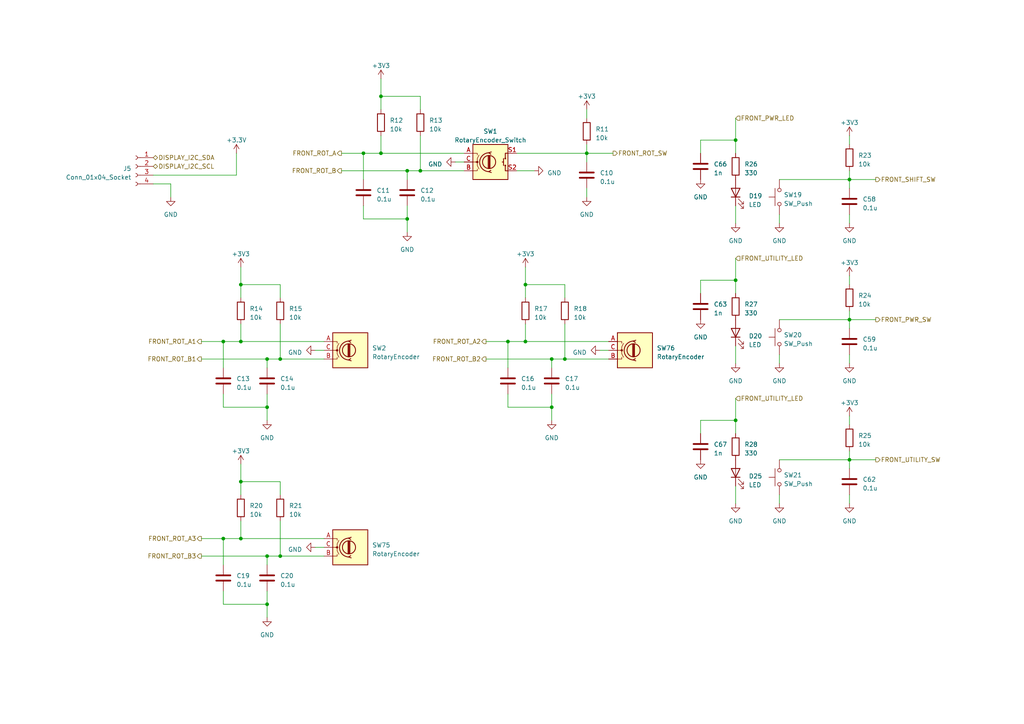
<source format=kicad_sch>
(kicad_sch (version 20230121) (generator eeschema)
  (paper "A4")
  (lib_symbols
    (symbol "Connector:Conn_01x04_Socket" (pin_names (offset 1.016) hide)
      (property "Reference" "J" (at 0 5.08 0))
      (property "Value" "Conn_01x04_Socket" (at 0 -7.62 0))
      (symbol "Conn_01x04_Socket_1_1"
        (arc (start 0 -4.572) (mid -0.5058 -5.08) (end 0 -5.588) (stroke (width 0.1524)))
        (arc (start 0 -2.032) (mid -0.5058 -2.54) (end 0 -3.048) (stroke (width 0.1524)))
        (polyline (pts (xy -1.27 -5.08) (xy -0.508 -5.08)) (stroke (width 0.1524)))
        (polyline (pts (xy -1.27 -2.54) (xy -0.508 -2.54)) (stroke (width 0.1524)))
        (polyline (pts (xy -1.27 0) (xy -0.508 0)) (stroke (width 0.1524)))
        (polyline (pts (xy -1.27 2.54) (xy -0.508 2.54)) (stroke (width 0.1524)))
        (arc (start 0 0.508) (mid -0.5058 0) (end 0 -0.508) (stroke (width 0.1524)))
        (arc (start 0 3.048) (mid -0.5058 2.54) (end 0 2.032) (stroke (width 0.1524)))
        (pin passive line (at -5.08 2.54 0) (length 3.81) (name "Pin_1") (number "1"))
        (pin passive line (at -5.08 0 0) (length 3.81) (name "Pin_2") (number "2"))
        (pin passive line (at -5.08 -2.54 0) (length 3.81) (name "Pin_3") (number "3"))
        (pin passive line (at -5.08 -5.08 0) (length 3.81) (name "Pin_4") (number "4"))
      )
    )
    (symbol "Device:C" (pin_numbers hide) (pin_names (offset 0.254))
      (property "Reference" "C" (at 0.635 2.54 0))
      (property "Value" "C" (at 0.635 -2.54 0))
      (symbol "C_0_1"
        (polyline (pts (xy -2.032 -0.762) (xy 2.032 -0.762)) (stroke (width 0.508)))
        (polyline (pts (xy -2.032 0.762) (xy 2.032 0.762)) (stroke (width 0.508)))
      )
      (symbol "C_1_1"
        (pin passive line (at 0 3.81 270) (length 2.794) (name "~") (number "1"))
        (pin passive line (at 0 -3.81 90) (length 2.794) (name "~") (number "2"))
      )
    )
    (symbol "Device:LED" (pin_numbers hide) (pin_names (offset 1.016) hide)
      (property "Reference" "D" (at 0 2.54 0))
      (property "Value" "LED" (at 0 -2.54 0))
      (symbol "LED_0_1"
        (polyline (pts (xy -1.27 -1.27) (xy -1.27 1.27)) (stroke (width 0.254)))
        (polyline (pts (xy -1.27 0) (xy 1.27 0)))
        (polyline (pts (xy 1.27 -1.27) (xy 1.27 1.27) (xy -1.27 0) (xy 1.27 -1.27)) (stroke (width 0.254)))
        (polyline (pts (xy -3.048 -0.762) (xy -4.572 -2.286) (xy -3.81 -2.286) (xy -4.572 -2.286) (xy -4.572 -1.524)))
        (polyline (pts (xy -1.778 -0.762) (xy -3.302 -2.286) (xy -2.54 -2.286) (xy -3.302 -2.286) (xy -3.302 -1.524)))
      )
      (symbol "LED_1_1"
        (pin passive line (at -3.81 0 0) (length 2.54) (name "K") (number "1"))
        (pin passive line (at 3.81 0 180) (length 2.54) (name "A") (number "2"))
      )
    )
    (symbol "Device:R" (pin_numbers hide) (pin_names (offset 0))
      (property "Reference" "R" (at 2.032 0 90))
      (property "Value" "R" (at 0 0 90))
      (symbol "R_0_1"
        (rectangle (start -1.016 -2.54) (end 1.016 2.54) (stroke (width 0.254)))
      )
      (symbol "R_1_1"
        (pin passive line (at 0 3.81 270) (length 1.27) (name "~") (number "1"))
        (pin passive line (at 0 -3.81 90) (length 1.27) (name "~") (number "2"))
      )
    )
    (symbol "Device:RotaryEncoder" (pin_names (offset 0.254) hide)
      (property "Reference" "SW" (at 0 6.604 0))
      (property "Value" "RotaryEncoder" (at 0 -6.604 0))
      (symbol "RotaryEncoder_0_1"
        (rectangle (start -5.08 5.08) (end 5.08 -5.08) (stroke (width 0.254)) (fill (type background)))
        (circle (center -3.81 0) (radius 0.254) (fill (type outline)))
        (circle (center -0.381 0) (radius 1.905) (stroke (width 0.254)))
        (arc (start -0.381 2.667) (mid -3.0988 -0.0635) (end -0.381 -2.794) (stroke (width 0.254)))
        (polyline (pts (xy -0.635 -1.778) (xy -0.635 1.778)) (stroke (width 0.254)))
        (polyline (pts (xy -0.381 -1.778) (xy -0.381 1.778)) (stroke (width 0.254)))
        (polyline (pts (xy -0.127 1.778) (xy -0.127 -1.778)) (stroke (width 0.254)))
        (polyline (pts (xy -5.08 -2.54) (xy -3.81 -2.54) (xy -3.81 -2.032)))
        (polyline (pts (xy -5.08 2.54) (xy -3.81 2.54) (xy -3.81 2.032)))
        (polyline (pts (xy 0.254 -3.048) (xy -0.508 -2.794) (xy 0.127 -2.413)) (stroke (width 0.254)))
        (polyline (pts (xy 0.254 2.921) (xy -0.508 2.667) (xy 0.127 2.286)) (stroke (width 0.254)))
        (polyline (pts (xy -5.08 0) (xy -3.81 0) (xy -3.81 -1.016) (xy -3.302 -2.032)))
        (polyline (pts (xy -4.318 0) (xy -3.81 0) (xy -3.81 1.016) (xy -3.302 2.032)))
      )
      (symbol "RotaryEncoder_1_1"
        (pin passive line (at -7.62 2.54 0) (length 2.54) (name "A") (number "A"))
        (pin passive line (at -7.62 -2.54 0) (length 2.54) (name "B") (number "B"))
        (pin passive line (at -7.62 0 0) (length 2.54) (name "C") (number "C"))
      )
    )
    (symbol "Device:RotaryEncoder_Switch" (pin_names (offset 0.254) hide)
      (property "Reference" "SW" (at 0 6.604 0))
      (property "Value" "RotaryEncoder_Switch" (at 0 -6.604 0))
      (symbol "RotaryEncoder_Switch_0_1"
        (rectangle (start -5.08 5.08) (end 5.08 -5.08) (stroke (width 0.254)) (fill (type background)))
        (circle (center -3.81 0) (radius 0.254) (fill (type outline)))
        (circle (center -0.381 0) (radius 1.905) (stroke (width 0.254)))
        (arc (start -0.381 2.667) (mid -3.0988 -0.0635) (end -0.381 -2.794) (stroke (width 0.254)))
        (polyline (pts (xy -0.635 -1.778) (xy -0.635 1.778)) (stroke (width 0.254)))
        (polyline (pts (xy -0.381 -1.778) (xy -0.381 1.778)) (stroke (width 0.254)))
        (polyline (pts (xy -0.127 1.778) (xy -0.127 -1.778)) (stroke (width 0.254)))
        (polyline (pts (xy 3.81 0) (xy 3.429 0)) (stroke (width 0.254)))
        (polyline (pts (xy 3.81 1.016) (xy 3.81 -1.016)) (stroke (width 0.254)))
        (polyline (pts (xy -5.08 -2.54) (xy -3.81 -2.54) (xy -3.81 -2.032)))
        (polyline (pts (xy -5.08 2.54) (xy -3.81 2.54) (xy -3.81 2.032)))
        (polyline (pts (xy 0.254 -3.048) (xy -0.508 -2.794) (xy 0.127 -2.413)) (stroke (width 0.254)))
        (polyline (pts (xy 0.254 2.921) (xy -0.508 2.667) (xy 0.127 2.286)) (stroke (width 0.254)))
        (polyline (pts (xy 5.08 -2.54) (xy 4.318 -2.54) (xy 4.318 -1.016)) (stroke (width 0.254)))
        (polyline (pts (xy 5.08 2.54) (xy 4.318 2.54) (xy 4.318 1.016)) (stroke (width 0.254)))
        (polyline (pts (xy -5.08 0) (xy -3.81 0) (xy -3.81 -1.016) (xy -3.302 -2.032)))
        (polyline (pts (xy -4.318 0) (xy -3.81 0) (xy -3.81 1.016) (xy -3.302 2.032)))
        (circle (center 4.318 -1.016) (radius 0.127) (stroke (width 0.254)))
        (circle (center 4.318 1.016) (radius 0.127) (stroke (width 0.254)))
      )
      (symbol "RotaryEncoder_Switch_1_1"
        (pin passive line (at -7.62 2.54 0) (length 2.54) (name "A") (number "A"))
        (pin passive line (at -7.62 -2.54 0) (length 2.54) (name "B") (number "B"))
        (pin passive line (at -7.62 0 0) (length 2.54) (name "C") (number "C"))
        (pin passive line (at 7.62 2.54 180) (length 2.54) (name "S1") (number "S1"))
        (pin passive line (at 7.62 -2.54 180) (length 2.54) (name "S2") (number "S2"))
      )
    )
    (symbol "Switch:SW_Push" (pin_numbers hide) (pin_names (offset 1.016) hide)
      (property "Reference" "SW" (at 1.27 2.54 0))
      (property "Value" "SW_Push" (at 0 -1.524 0))
      (symbol "SW_Push_0_1"
        (circle (center -2.032 0) (radius 0.508))
        (polyline (pts (xy 0 1.27) (xy 0 3.048)))
        (polyline (pts (xy 2.54 1.27) (xy -2.54 1.27)))
        (circle (center 2.032 0) (radius 0.508))
        (pin passive line (at -5.08 0 0) (length 2.54) (name "1") (number "1"))
        (pin passive line (at 5.08 0 180) (length 2.54) (name "2") (number "2"))
      )
    )
    (symbol "power:+3.3V" (power) (pin_names (offset 0))
      (property "Value" "+3.3V" (at 0 3.556 0))
      (symbol "+3.3V_0_1"
        (polyline (pts (xy -0.762 1.27) (xy 0 2.54)))
        (polyline (pts (xy 0 0) (xy 0 2.54)))
        (polyline (pts (xy 0 2.54) (xy 0.762 1.27)))
      )
      (symbol "+3.3V_1_1"
        (pin power_in line (at 0 0 90) (length 0) hide (name "+3.3V") (number "1"))
      )
    )
    (symbol "power:+3V3" (power) (pin_names (offset 0))
      (property "Value" "+3V3" (at 0 3.556 0))
      (symbol "+3V3_0_1"
        (polyline (pts (xy -0.762 1.27) (xy 0 2.54)))
        (polyline (pts (xy 0 0) (xy 0 2.54)))
        (polyline (pts (xy 0 2.54) (xy 0.762 1.27)))
      )
      (symbol "+3V3_1_1"
        (pin power_in line (at 0 0 90) (length 0) hide (name "+3V3") (number "1"))
      )
    )
    (symbol "power:GND" (power) (pin_names (offset 0))
      (property "Value" "GND" (at 0 -3.81 0))
      (symbol "GND_0_1"
        (polyline (pts (xy 0 0) (xy 0 -1.27) (xy 1.27 -1.27) (xy 0 -2.54) (xy -1.27 -1.27) (xy 0 -1.27)))
      )
      (symbol "GND_1_1"
        (pin power_in line (at 0 0 270) (length 0) hide (name "GND") (number "1"))
      )
    )
  )
  (junction (at 246.38 92.71))
  (junction (at 213.36 121.92))
  (junction (at 147.32 99.06))
  (junction (at 64.77 99.06))
  (junction (at 152.4 82.55))
  (junction (at 110.49 27.94))
  (junction (at 246.38 52.07))
  (junction (at 170.18 44.45))
  (junction (at 105.41 44.45))
  (junction (at 118.11 63.5))
  (junction (at 213.36 40.64))
  (junction (at 77.47 118.11))
  (junction (at 77.47 175.26))
  (junction (at 160.02 104.14))
  (junction (at 64.77 156.21))
  (junction (at 163.83 104.14))
  (junction (at 69.85 82.55))
  (junction (at 121.92 49.53))
  (junction (at 77.47 161.29))
  (junction (at 160.02 118.11))
  (junction (at 81.28 161.29))
  (junction (at 69.85 99.06))
  (junction (at 69.85 139.7))
  (junction (at 213.36 81.28))
  (junction (at 77.47 104.14))
  (junction (at 81.28 104.14))
  (junction (at 69.85 156.21))
  (junction (at 152.4 99.06))
  (junction (at 246.38 133.35))
  (junction (at 110.49 44.45))
  (junction (at 118.11 49.53))
  (wire (pts (xy 213.36 40.64) (xy 203.2 40.64)))
  (wire (pts (xy 110.49 27.94) (xy 121.92 27.94)))
  (wire (pts (xy 105.41 44.45) (xy 105.41 52.07)))
  (wire (pts (xy 69.85 99.06) (xy 93.98 99.06)))
  (wire (pts (xy 160.02 114.3) (xy 160.02 118.11)))
  (wire (pts (xy 69.85 82.55) (xy 81.28 82.55)))
  (wire (pts (xy 163.83 82.55) (xy 163.83 86.36)))
  (wire (pts (xy 213.36 121.92) (xy 213.36 125.73)))
  (wire (pts (xy 99.06 44.45) (xy 105.41 44.45)))
  (wire (pts (xy 147.32 99.06) (xy 147.32 106.68)))
  (wire (pts (xy 44.45 50.8) (xy 68.58 50.8)))
  (wire (pts (xy 176.53 101.6) (xy 173.99 101.6)))
  (wire (pts (xy 77.47 104.14) (xy 77.47 106.68)))
  (wire (pts (xy 246.38 133.35) (xy 254 133.35)))
  (wire (pts (xy 69.85 151.13) (xy 69.85 156.21)))
  (wire (pts (xy 118.11 59.69) (xy 118.11 63.5)))
  (wire (pts (xy 64.77 99.06) (xy 69.85 99.06)))
  (wire (pts (xy 170.18 31.75) (xy 170.18 34.29)))
  (wire (pts (xy 160.02 104.14) (xy 163.83 104.14)))
  (wire (pts (xy 69.85 156.21) (xy 93.98 156.21)))
  (wire (pts (xy 118.11 49.53) (xy 121.92 49.53)))
  (wire (pts (xy 58.42 161.29) (xy 77.47 161.29)))
  (wire (pts (xy 99.06 49.53) (xy 118.11 49.53)))
  (wire (pts (xy 203.2 121.92) (xy 203.2 125.73)))
  (wire (pts (xy 246.38 90.17) (xy 246.38 92.71)))
  (wire (pts (xy 160.02 118.11) (xy 160.02 121.92)))
  (wire (pts (xy 246.38 49.53) (xy 246.38 52.07)))
  (wire (pts (xy 77.47 161.29) (xy 77.47 163.83)))
  (wire (pts (xy 246.38 52.07) (xy 254 52.07)))
  (wire (pts (xy 147.32 99.06) (xy 152.4 99.06)))
  (wire (pts (xy 110.49 22.86) (xy 110.49 27.94)))
  (wire (pts (xy 121.92 27.94) (xy 121.92 31.75)))
  (wire (pts (xy 152.4 93.98) (xy 152.4 99.06)))
  (wire (pts (xy 226.06 143.51) (xy 226.06 146.05)))
  (wire (pts (xy 58.42 99.06) (xy 64.77 99.06)))
  (wire (pts (xy 68.58 50.8) (xy 68.58 44.45)))
  (wire (pts (xy 64.77 171.45) (xy 64.77 175.26)))
  (wire (pts (xy 105.41 59.69) (xy 105.41 63.5)))
  (wire (pts (xy 246.38 54.61) (xy 246.38 52.07)))
  (wire (pts (xy 246.38 130.81) (xy 246.38 133.35)))
  (wire (pts (xy 147.32 114.3) (xy 147.32 118.11)))
  (wire (pts (xy 152.4 82.55) (xy 152.4 86.36)))
  (wire (pts (xy 246.38 80.01) (xy 246.38 82.55)))
  (wire (pts (xy 105.41 44.45) (xy 110.49 44.45)))
  (wire (pts (xy 121.92 39.37) (xy 121.92 49.53)))
  (wire (pts (xy 170.18 46.99) (xy 170.18 44.45)))
  (wire (pts (xy 226.06 52.07) (xy 246.38 52.07)))
  (wire (pts (xy 77.47 104.14) (xy 81.28 104.14)))
  (wire (pts (xy 64.77 99.06) (xy 64.77 106.68)))
  (wire (pts (xy 64.77 156.21) (xy 64.77 163.83)))
  (wire (pts (xy 147.32 118.11) (xy 160.02 118.11)))
  (wire (pts (xy 77.47 175.26) (xy 77.47 179.07)))
  (wire (pts (xy 140.97 104.14) (xy 160.02 104.14)))
  (wire (pts (xy 81.28 151.13) (xy 81.28 161.29)))
  (wire (pts (xy 64.77 118.11) (xy 77.47 118.11)))
  (wire (pts (xy 226.06 92.71) (xy 246.38 92.71)))
  (wire (pts (xy 69.85 77.47) (xy 69.85 82.55)))
  (wire (pts (xy 69.85 139.7) (xy 69.85 143.51)))
  (wire (pts (xy 246.38 135.89) (xy 246.38 133.35)))
  (wire (pts (xy 81.28 93.98) (xy 81.28 104.14)))
  (wire (pts (xy 213.36 81.28) (xy 213.36 85.09)))
  (wire (pts (xy 44.45 53.34) (xy 49.53 53.34)))
  (wire (pts (xy 213.36 81.28) (xy 203.2 81.28)))
  (wire (pts (xy 152.4 99.06) (xy 176.53 99.06)))
  (wire (pts (xy 110.49 44.45) (xy 134.62 44.45)))
  (wire (pts (xy 246.38 146.05) (xy 246.38 143.51)))
  (wire (pts (xy 93.98 158.75) (xy 91.44 158.75)))
  (wire (pts (xy 110.49 27.94) (xy 110.49 31.75)))
  (wire (pts (xy 93.98 101.6) (xy 91.44 101.6)))
  (wire (pts (xy 134.62 46.99) (xy 132.08 46.99)))
  (wire (pts (xy 203.2 40.64) (xy 203.2 44.45)))
  (wire (pts (xy 213.36 100.33) (xy 213.36 105.41)))
  (wire (pts (xy 213.36 34.29) (xy 213.36 40.64)))
  (wire (pts (xy 149.86 44.45) (xy 170.18 44.45)))
  (wire (pts (xy 246.38 92.71) (xy 254 92.71)))
  (wire (pts (xy 77.47 118.11) (xy 77.47 121.92)))
  (wire (pts (xy 149.86 49.53) (xy 154.94 49.53)))
  (wire (pts (xy 246.38 64.77) (xy 246.38 62.23)))
  (wire (pts (xy 77.47 161.29) (xy 81.28 161.29)))
  (wire (pts (xy 246.38 105.41) (xy 246.38 102.87)))
  (wire (pts (xy 213.36 140.97) (xy 213.36 146.05)))
  (wire (pts (xy 105.41 63.5) (xy 118.11 63.5)))
  (wire (pts (xy 49.53 53.34) (xy 49.53 57.15)))
  (wire (pts (xy 213.36 59.69) (xy 213.36 64.77)))
  (wire (pts (xy 69.85 82.55) (xy 69.85 86.36)))
  (wire (pts (xy 246.38 120.65) (xy 246.38 123.19)))
  (wire (pts (xy 152.4 82.55) (xy 163.83 82.55)))
  (wire (pts (xy 77.47 114.3) (xy 77.47 118.11)))
  (wire (pts (xy 246.38 39.37) (xy 246.38 41.91)))
  (wire (pts (xy 213.36 115.57) (xy 213.36 121.92)))
  (wire (pts (xy 170.18 57.15) (xy 170.18 54.61)))
  (wire (pts (xy 58.42 156.21) (xy 64.77 156.21)))
  (wire (pts (xy 246.38 95.25) (xy 246.38 92.71)))
  (wire (pts (xy 81.28 139.7) (xy 81.28 143.51)))
  (wire (pts (xy 160.02 104.14) (xy 160.02 106.68)))
  (wire (pts (xy 203.2 81.28) (xy 203.2 85.09)))
  (wire (pts (xy 110.49 39.37) (xy 110.49 44.45)))
  (wire (pts (xy 69.85 93.98) (xy 69.85 99.06)))
  (wire (pts (xy 64.77 175.26) (xy 77.47 175.26)))
  (wire (pts (xy 118.11 63.5) (xy 118.11 67.31)))
  (wire (pts (xy 226.06 62.23) (xy 226.06 64.77)))
  (wire (pts (xy 163.83 104.14) (xy 176.53 104.14)))
  (wire (pts (xy 140.97 99.06) (xy 147.32 99.06)))
  (wire (pts (xy 69.85 134.62) (xy 69.85 139.7)))
  (wire (pts (xy 77.47 171.45) (xy 77.47 175.26)))
  (wire (pts (xy 152.4 77.47) (xy 152.4 82.55)))
  (wire (pts (xy 81.28 161.29) (xy 93.98 161.29)))
  (wire (pts (xy 58.42 104.14) (xy 77.47 104.14)))
  (wire (pts (xy 121.92 49.53) (xy 134.62 49.53)))
  (wire (pts (xy 170.18 44.45) (xy 177.8 44.45)))
  (wire (pts (xy 81.28 104.14) (xy 93.98 104.14)))
  (wire (pts (xy 226.06 102.87) (xy 226.06 105.41)))
  (wire (pts (xy 170.18 41.91) (xy 170.18 44.45)))
  (wire (pts (xy 163.83 93.98) (xy 163.83 104.14)))
  (wire (pts (xy 81.28 82.55) (xy 81.28 86.36)))
  (wire (pts (xy 213.36 40.64) (xy 213.36 44.45)))
  (wire (pts (xy 213.36 121.92) (xy 203.2 121.92)))
  (wire (pts (xy 69.85 139.7) (xy 81.28 139.7)))
  (wire (pts (xy 64.77 156.21) (xy 69.85 156.21)))
  (wire (pts (xy 118.11 49.53) (xy 118.11 52.07)))
  (wire (pts (xy 226.06 133.35) (xy 246.38 133.35)))
  (wire (pts (xy 213.36 74.93) (xy 213.36 81.28)))
  (wire (pts (xy 64.77 114.3) (xy 64.77 118.11)))
  (hierarchical_label "FRONT_ROT_B2" (shape output) (at 140.97 104.14 180))
  (hierarchical_label "FRONT_PWR_SW" (shape output) (at 254 92.71 0))
  (hierarchical_label "FRONT_UTILITY_LED" (shape input) (at 213.36 115.57 0))
  (hierarchical_label "FRONT_SHIFT_SW" (shape output) (at 254 52.07 0))
  (hierarchical_label "FRONT_UTILITY_SW" (shape output) (at 254 133.35 0))
  (hierarchical_label "FRONT_ROT_B1" (shape output) (at 58.42 104.14 180))
  (hierarchical_label "DISPLAY_I2C_SCL" (shape bidirectional) (at 44.45 48.26 0))
  (hierarchical_label "FRONT_ROT_A" (shape output) (at 99.06 44.45 180))
  (hierarchical_label "FRONT_ROT_A3" (shape output) (at 58.42 156.21 180))
  (hierarchical_label "FRONT_PWR_LED" (shape input) (at 213.36 34.29 0))
  (hierarchical_label "FRONT_UTILITY_LED" (shape input) (at 213.36 74.93 0))
  (hierarchical_label "FRONT_ROT_A2" (shape output) (at 140.97 99.06 180))
  (hierarchical_label "DISPLAY_I2C_SDA" (shape bidirectional) (at 44.45 45.72 0))
  (hierarchical_label "FRONT_ROT_B" (shape output) (at 99.06 49.53 180))
  (hierarchical_label "FRONT_ROT_SW" (shape output) (at 177.8 44.45 0))
  (hierarchical_label "FRONT_ROT_B3" (shape output) (at 58.42 161.29 180))
  (hierarchical_label "FRONT_ROT_A1" (shape output) (at 58.42 99.06 180))
  (symbol (lib_id "Device:LED") (at 213.36 96.52 90) (unit 1)
    (property "Reference" "D20" (at 217.17 97.4725 90) (effects (justify right)))
    (property "Value" "LED" (at 217.17 100.0125 90) (effects (justify right)))
  )
  (symbol (lib_id "power:GND") (at 213.36 105.41 0) (unit 1)
    (property "Reference" "#PWR0156" (effects hide))
    (property "Value" "GND" (at 213.36 110.49 0))
  )
  (symbol (lib_id "Device:LED") (at 213.36 137.16 90) (unit 1)
    (property "Reference" "D25" (at 217.17 138.1125 90) (effects (justify right)))
    (property "Value" "LED" (at 217.17 140.6525 90) (effects (justify right)))
  )
  (symbol (lib_id "power:GND") (at 246.38 64.77 0) (unit 1)
    (property "Reference" "#PWR0140" (effects hide))
    (property "Value" "GND" (at 246.38 69.85 0))
  )
  (symbol (lib_id "Device:C") (at 147.32 110.49 0) (unit 1)
    (property "Reference" "C16" (at 151.13 109.855 0) (effects (justify left)))
    (property "Value" "0.1u" (at 151.13 112.395 0) (effects (justify left)))
  )
  (symbol (lib_id "power:GND") (at 132.08 46.99 270) (unit 1)
    (property "Reference" "#PWR028" (effects hide))
    (property "Value" "GND" (at 128.27 47.625 90) (effects (justify right)))
  )
  (symbol (lib_id "Device:C") (at 64.77 110.49 0) (unit 1)
    (property "Reference" "C13" (at 68.58 109.855 0) (effects (justify left)))
    (property "Value" "0.1u" (at 68.58 112.395 0) (effects (justify left)))
  )
  (symbol (lib_id "power:GND") (at 213.36 64.77 0) (unit 1)
    (property "Reference" "#PWR0157" (effects hide))
    (property "Value" "GND" (at 213.36 69.85 0))
  )
  (symbol (lib_id "power:GND") (at 203.2 92.71 0) (unit 1)
    (property "Reference" "#PWR0163" (effects hide))
    (property "Value" "GND" (at 203.2 97.79 0))
  )
  (symbol (lib_id "power:GND") (at 203.2 133.35 0) (unit 1)
    (property "Reference" "#PWR0162" (effects hide))
    (property "Value" "GND" (at 203.2 138.43 0))
  )
  (symbol (lib_id "Device:C") (at 64.77 167.64 0) (unit 1)
    (property "Reference" "C19" (at 68.58 167.005 0) (effects (justify left)))
    (property "Value" "0.1u" (at 68.58 169.545 0) (effects (justify left)))
  )
  (symbol (lib_id "Device:R") (at 246.38 86.36 0) (unit 1)
    (property "Reference" "R24" (at 248.92 85.725 0) (effects (justify left)))
    (property "Value" "10k" (at 248.92 88.265 0) (effects (justify left)))
  )
  (symbol (lib_id "Device:R") (at 81.28 90.17 0) (unit 1)
    (property "Reference" "R15" (at 83.82 89.535 0) (effects (justify left)))
    (property "Value" "10k" (at 83.82 92.075 0) (effects (justify left)))
  )
  (symbol (lib_id "Device:RotaryEncoder") (at 184.15 101.6 0) (unit 1)
    (property "Reference" "SW76" (at 190.5 100.965 0) (effects (justify left)))
    (property "Value" "RotaryEncoder" (at 190.5 103.505 0) (effects (justify left)))
  )
  (symbol (lib_id "Device:R") (at 110.49 35.56 0) (unit 1)
    (property "Reference" "R12" (at 113.03 34.925 0) (effects (justify left)))
    (property "Value" "10k" (at 113.03 37.465 0) (effects (justify left)))
  )
  (symbol (lib_id "Device:R") (at 213.36 129.54 0) (unit 1)
    (property "Reference" "R28" (at 215.9 128.905 0) (effects (justify left)))
    (property "Value" "330" (at 215.9 131.445 0) (effects (justify left)))
  )
  (symbol (lib_id "Device:R") (at 121.92 35.56 0) (unit 1)
    (property "Reference" "R13" (at 124.46 34.925 0) (effects (justify left)))
    (property "Value" "10k" (at 124.46 37.465 0) (effects (justify left)))
  )
  (symbol (lib_id "power:GND") (at 170.18 57.15 0) (unit 1)
    (property "Reference" "#PWR029" (effects hide))
    (property "Value" "GND" (at 170.18 62.23 0))
  )
  (symbol (lib_id "Switch:SW_Push") (at 226.06 97.79 90) (unit 1)
    (property "Reference" "SW20" (at 227.33 97.155 90) (effects (justify right)))
    (property "Value" "SW_Push" (at 227.33 99.695 90) (effects (justify right)))
  )
  (symbol (lib_id "Device:C") (at 246.38 99.06 0) (unit 1)
    (property "Reference" "C59" (at 250.19 98.425 0) (effects (justify left)))
    (property "Value" "0.1u" (at 250.19 100.965 0) (effects (justify left)))
  )
  (symbol (lib_id "Device:R") (at 246.38 127 0) (unit 1)
    (property "Reference" "R25" (at 248.92 126.365 0) (effects (justify left)))
    (property "Value" "10k" (at 248.92 128.905 0) (effects (justify left)))
  )
  (symbol (lib_id "Device:C") (at 77.47 167.64 0) (unit 1)
    (property "Reference" "C20" (at 81.28 167.005 0) (effects (justify left)))
    (property "Value" "0.1u" (at 81.28 169.545 0) (effects (justify left)))
  )
  (symbol (lib_id "power:+3V3") (at 69.85 77.47 0) (unit 1)
    (property "Reference" "#PWR033" (effects hide))
    (property "Value" "+3V3" (at 69.85 73.66 0))
  )
  (symbol (lib_id "Device:R") (at 213.36 48.26 0) (unit 1)
    (property "Reference" "R26" (at 215.9 47.625 0) (effects (justify left)))
    (property "Value" "330" (at 215.9 50.165 0) (effects (justify left)))
  )
  (symbol (lib_id "Device:C") (at 170.18 50.8 0) (unit 1)
    (property "Reference" "C10" (at 173.99 50.165 0) (effects (justify left)))
    (property "Value" "0.1u" (at 173.99 52.705 0) (effects (justify left)))
  )
  (symbol (lib_id "power:+3V3") (at 110.49 22.86 0) (unit 1)
    (property "Reference" "#PWR031" (effects hide))
    (property "Value" "+3V3" (at 110.49 19.05 0))
  )
  (symbol (lib_id "Device:RotaryEncoder") (at 101.6 101.6 0) (unit 1)
    (property "Reference" "SW2" (at 107.95 100.965 0) (effects (justify left)))
    (property "Value" "RotaryEncoder" (at 107.95 103.505 0) (effects (justify left)))
  )
  (symbol (lib_id "Device:RotaryEncoder_Switch") (at 142.24 46.99 0) (unit 1)
    (property "Reference" "SW1" (at 142.24 38.1 0))
    (property "Value" "RotaryEncoder_Switch" (at 142.24 40.64 0))
  )
  (symbol (lib_id "Device:R") (at 81.28 147.32 0) (unit 1)
    (property "Reference" "R21" (at 83.82 146.685 0) (effects (justify left)))
    (property "Value" "10k" (at 83.82 149.225 0) (effects (justify left)))
  )
  (symbol (lib_id "Device:C") (at 105.41 55.88 0) (unit 1)
    (property "Reference" "C11" (at 109.22 55.245 0) (effects (justify left)))
    (property "Value" "0.1u" (at 109.22 57.785 0) (effects (justify left)))
  )
  (symbol (lib_id "power:GND") (at 91.44 101.6 270) (unit 1)
    (property "Reference" "#PWR035" (effects hide))
    (property "Value" "GND" (at 87.63 102.235 90) (effects (justify right)))
  )
  (symbol (lib_id "power:GND") (at 77.47 121.92 0) (unit 1)
    (property "Reference" "#PWR034" (effects hide))
    (property "Value" "GND" (at 77.47 127 0))
  )
  (symbol (lib_id "Device:R") (at 163.83 90.17 0) (unit 1)
    (property "Reference" "R18" (at 166.37 89.535 0) (effects (justify left)))
    (property "Value" "10k" (at 166.37 92.075 0) (effects (justify left)))
  )
  (symbol (lib_id "Device:C") (at 77.47 110.49 0) (unit 1)
    (property "Reference" "C14" (at 81.28 109.855 0) (effects (justify left)))
    (property "Value" "0.1u" (at 81.28 112.395 0) (effects (justify left)))
  )
  (symbol (lib_id "Device:RotaryEncoder") (at 101.6 158.75 0) (unit 1)
    (property "Reference" "SW75" (at 107.95 158.115 0) (effects (justify left)))
    (property "Value" "RotaryEncoder" (at 107.95 160.655 0) (effects (justify left)))
  )
  (symbol (lib_id "power:GND") (at 91.44 158.75 270) (unit 1)
    (property "Reference" "#PWR047" (effects hide))
    (property "Value" "GND" (at 87.63 159.385 90) (effects (justify right)))
  )
  (symbol (lib_id "power:GND") (at 226.06 105.41 0) (unit 1)
    (property "Reference" "#PWR0141" (effects hide))
    (property "Value" "GND" (at 226.06 110.49 0))
  )
  (symbol (lib_id "power:+3V3") (at 69.85 134.62 0) (unit 1)
    (property "Reference" "#PWR045" (effects hide))
    (property "Value" "+3V3" (at 69.85 130.81 0))
  )
  (symbol (lib_id "power:GND") (at 246.38 105.41 0) (unit 1)
    (property "Reference" "#PWR0145" (effects hide))
    (property "Value" "GND" (at 246.38 110.49 0))
  )
  (symbol (lib_id "Device:C") (at 203.2 88.9 0) (unit 1)
    (property "Reference" "C63" (at 207.01 88.265 0) (effects (justify left)))
    (property "Value" "1n" (at 207.01 90.805 0) (effects (justify left)))
  )
  (symbol (lib_id "power:GND") (at 226.06 146.05 0) (unit 1)
    (property "Reference" "#PWR0150" (effects hide))
    (property "Value" "GND" (at 226.06 151.13 0))
  )
  (symbol (lib_id "power:GND") (at 246.38 146.05 0) (unit 1)
    (property "Reference" "#PWR0152" (effects hide))
    (property "Value" "GND" (at 246.38 151.13 0))
  )
  (symbol (lib_id "power:+3V3") (at 152.4 77.47 0) (unit 1)
    (property "Reference" "#PWR039" (effects hide))
    (property "Value" "+3V3" (at 152.4 73.66 0))
  )
  (symbol (lib_id "Device:C") (at 203.2 48.26 0) (unit 1)
    (property "Reference" "C66" (at 207.01 47.625 0) (effects (justify left)))
    (property "Value" "1n" (at 207.01 50.165 0) (effects (justify left)))
  )
  (symbol (lib_id "Device:C") (at 246.38 58.42 0) (unit 1)
    (property "Reference" "C58" (at 250.19 57.785 0) (effects (justify left)))
    (property "Value" "0.1u" (at 250.19 60.325 0) (effects (justify left)))
  )
  (symbol (lib_id "power:+3V3") (at 246.38 120.65 0) (unit 1)
    (property "Reference" "#PWR0151" (effects hide))
    (property "Value" "+3V3" (at 246.38 116.84 0))
  )
  (symbol (lib_id "Device:C") (at 160.02 110.49 0) (unit 1)
    (property "Reference" "C17" (at 163.83 109.855 0) (effects (justify left)))
    (property "Value" "0.1u" (at 163.83 112.395 0) (effects (justify left)))
  )
  (symbol (lib_id "Device:C") (at 118.11 55.88 0) (unit 1)
    (property "Reference" "C12" (at 121.92 55.245 0) (effects (justify left)))
    (property "Value" "0.1u" (at 121.92 57.785 0) (effects (justify left)))
  )
  (symbol (lib_id "Switch:SW_Push") (at 226.06 57.15 90) (unit 1)
    (property "Reference" "SW19" (at 227.33 56.515 90) (effects (justify right)))
    (property "Value" "SW_Push" (at 227.33 59.055 90) (effects (justify right)))
  )
  (symbol (lib_id "power:+3V3") (at 246.38 39.37 0) (unit 1)
    (property "Reference" "#PWR0139" (effects hide))
    (property "Value" "+3V3" (at 246.38 35.56 0))
  )
  (symbol (lib_id "power:+3.3V") (at 68.58 44.45 0) (unit 1)
    (property "Reference" "#PWR026" (effects hide))
    (property "Value" "+3.3V" (at 68.58 40.64 0))
  )
  (symbol (lib_id "Device:R") (at 246.38 45.72 0) (unit 1)
    (property "Reference" "R23" (at 248.92 45.085 0) (effects (justify left)))
    (property "Value" "10k" (at 248.92 47.625 0) (effects (justify left)))
  )
  (symbol (lib_id "power:+3V3") (at 170.18 31.75 0) (unit 1)
    (property "Reference" "#PWR030" (effects hide))
    (property "Value" "+3V3" (at 170.18 27.94 0))
  )
  (symbol (lib_id "power:GND") (at 203.2 52.07 0) (unit 1)
    (property "Reference" "#PWR0164" (effects hide))
    (property "Value" "GND" (at 203.2 57.15 0))
  )
  (symbol (lib_id "power:GND") (at 160.02 121.92 0) (unit 1)
    (property "Reference" "#PWR040" (effects hide))
    (property "Value" "GND" (at 160.02 127 0))
  )
  (symbol (lib_id "power:+3V3") (at 246.38 80.01 0) (unit 1)
    (property "Reference" "#PWR0144" (effects hide))
    (property "Value" "+3V3" (at 246.38 76.2 0))
  )
  (symbol (lib_id "power:GND") (at 49.53 57.15 0) (unit 1)
    (property "Reference" "#PWR025" (effects hide))
    (property "Value" "GND" (at 49.53 62.23 0))
  )
  (symbol (lib_id "Device:R") (at 213.36 88.9 0) (unit 1)
    (property "Reference" "R27" (at 215.9 88.265 0) (effects (justify left)))
    (property "Value" "330" (at 215.9 90.805 0) (effects (justify left)))
  )
  (symbol (lib_id "Device:R") (at 170.18 38.1 0) (unit 1)
    (property "Reference" "R11" (at 172.72 37.465 0) (effects (justify left)))
    (property "Value" "10k" (at 172.72 40.005 0) (effects (justify left)))
  )
  (symbol (lib_id "power:GND") (at 226.06 64.77 0) (unit 1)
    (property "Reference" "#PWR0138" (effects hide))
    (property "Value" "GND" (at 226.06 69.85 0))
  )
  (symbol (lib_id "power:GND") (at 213.36 146.05 0) (unit 1)
    (property "Reference" "#PWR0153" (effects hide))
    (property "Value" "GND" (at 213.36 151.13 0))
  )
  (symbol (lib_id "Device:R") (at 152.4 90.17 0) (unit 1)
    (property "Reference" "R17" (at 154.94 89.535 0) (effects (justify left)))
    (property "Value" "10k" (at 154.94 92.075 0) (effects (justify left)))
  )
  (symbol (lib_id "power:GND") (at 173.99 101.6 270) (unit 1)
    (property "Reference" "#PWR041" (effects hide))
    (property "Value" "GND" (at 170.18 102.235 90) (effects (justify right)))
  )
  (symbol (lib_id "Connector:Conn_01x04_Socket") (at 39.37 48.26 0) (mirror y) (unit 1)
    (property "Reference" "J5" (at 38.1 48.895 0) (effects (justify left)))
    (property "Value" "Conn_01x04_Socket" (at 38.1 51.435 0) (effects (justify left)))
    (property "Footprint" "Display:OLED-128O064D" (effects hide))
  )
  (symbol (lib_id "power:GND") (at 154.94 49.53 90) (unit 1)
    (property "Reference" "#PWR027" (effects hide))
    (property "Value" "GND" (at 158.75 50.165 90) (effects (justify right)))
  )
  (symbol (lib_id "Device:C") (at 246.38 139.7 0) (unit 1)
    (property "Reference" "C62" (at 250.19 139.065 0) (effects (justify left)))
    (property "Value" "0.1u" (at 250.19 141.605 0) (effects (justify left)))
  )
  (symbol (lib_id "power:GND") (at 118.11 67.31 0) (unit 1)
    (property "Reference" "#PWR032" (effects hide))
    (property "Value" "GND" (at 118.11 72.39 0))
  )
  (symbol (lib_id "Device:R") (at 69.85 90.17 0) (unit 1)
    (property "Reference" "R14" (at 72.39 89.535 0) (effects (justify left)))
    (property "Value" "10k" (at 72.39 92.075 0) (effects (justify left)))
  )
  (symbol (lib_id "Device:R") (at 69.85 147.32 0) (unit 1)
    (property "Reference" "R20" (at 72.39 146.685 0) (effects (justify left)))
    (property "Value" "10k" (at 72.39 149.225 0) (effects (justify left)))
  )
  (symbol (lib_id "power:GND") (at 77.47 179.07 0) (unit 1)
    (property "Reference" "#PWR046" (effects hide))
    (property "Value" "GND" (at 77.47 184.15 0))
  )
  (symbol (lib_id "Device:C") (at 203.2 129.54 0) (unit 1)
    (property "Reference" "C67" (at 207.01 128.905 0) (effects (justify left)))
    (property "Value" "1n" (at 207.01 131.445 0) (effects (justify left)))
  )
  (symbol (lib_id "Device:LED") (at 213.36 55.88 90) (unit 1)
    (property "Reference" "D19" (at 217.17 56.8325 90) (effects (justify right)))
    (property "Value" "LED" (at 217.17 59.3725 90) (effects (justify right)))
  )
  (symbol (lib_id "Switch:SW_Push") (at 226.06 138.43 90) (unit 1)
    (property "Reference" "SW21" (at 227.33 137.795 90) (effects (justify right)))
    (property "Value" "SW_Push" (at 227.33 140.335 90) (effects (justify right)))
  )
)
</source>
